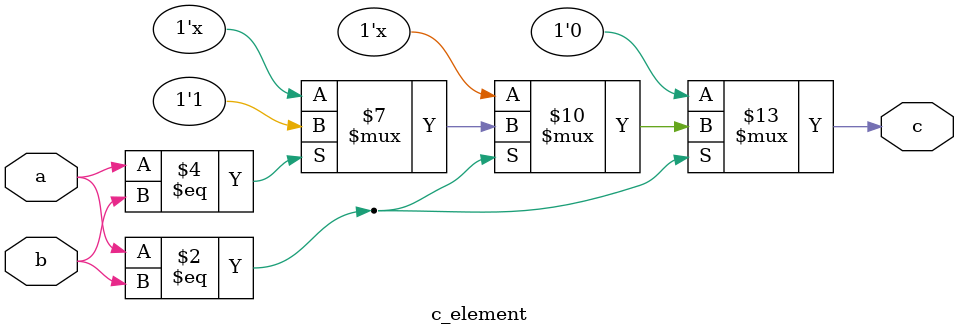
<source format=sv>
module c_element(
input a,
input b,
output wire c
);

always @ ( * ) begin
  if (a == b == 1'b0)  c = 1'b0;
  else if (a == b == 1'b1)  c = 1'b1;
end
endmodule

</source>
